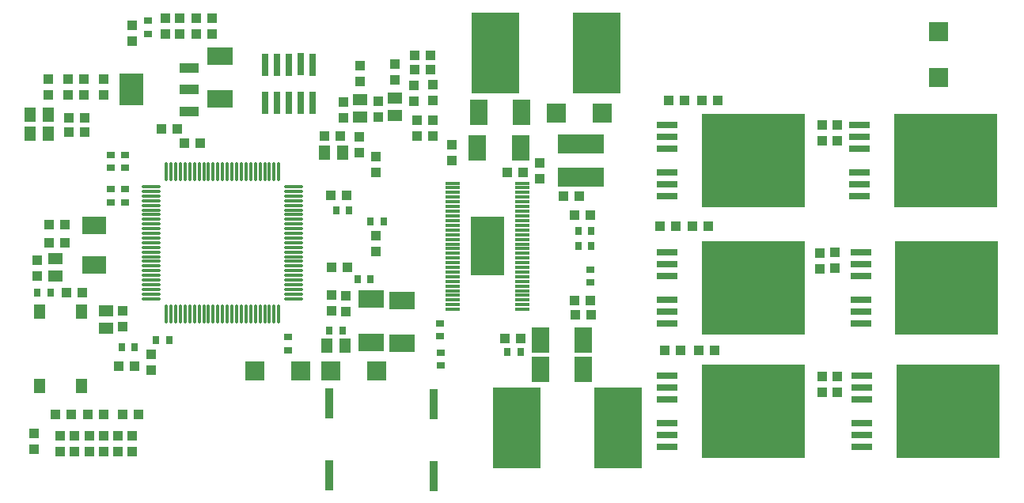
<source format=gtp>
%FSTAX23Y23*%
%MOIN*%
%SFA1B1*%

%IPPOS*%
%ADD10R,0.089960X0.029530*%
%ADD11R,0.433070X0.397440*%
%ADD12R,0.106300X0.074800*%
%ADD13R,0.035430X0.031500*%
%ADD14R,0.031500X0.035430*%
%ADD15R,0.043310X0.039370*%
%ADD16R,0.074800X0.106300*%
%ADD17R,0.196850X0.078740*%
%ADD18R,0.078740X0.078740*%
%ADD19R,0.039370X0.043310*%
%ADD20R,0.061020X0.011810*%
%ADD22R,0.059050X0.051180*%
%ADD23R,0.051180X0.059050*%
%ADD24R,0.037400X0.125980*%
%ADD25R,0.078740X0.039370*%
%ADD26R,0.098420X0.137800*%
%ADD27R,0.051180X0.061020*%
%ADD28R,0.102360X0.074800*%
%ADD29O,0.011810X0.082680*%
%ADD30O,0.082680X0.011810*%
%ADD31R,0.031500X0.094490*%
%ADD32R,0.204720X0.344490*%
%ADD33R,0.078740X0.078740*%
%ADD64R,0.142130X0.250000*%
%LNpcbbldcdriver-1*%
%LPD*%
G54D10*
X05147Y0239D03*
Y0234D03*
Y0229D03*
Y0219D03*
Y0214D03*
Y0209D03*
X05142Y0291D03*
Y0286D03*
Y0281D03*
Y0271D03*
Y0266D03*
Y0261D03*
X05137Y03445D03*
Y03395D03*
Y03345D03*
Y03245D03*
Y03195D03*
Y03145D03*
X04327Y03445D03*
Y03395D03*
Y03345D03*
Y03245D03*
Y03195D03*
Y03145D03*
Y0291D03*
Y0286D03*
Y0281D03*
Y0271D03*
Y0266D03*
Y0261D03*
Y0239D03*
Y0234D03*
Y0229D03*
Y0219D03*
Y0214D03*
Y0209D03*
G54D11*
X0551Y0224D03*
X05505Y0276D03*
X055Y03295D03*
X0469D03*
Y0276D03*
Y0224D03*
G54D12*
X0321Y02706D03*
Y02525D03*
X0308Y0253D03*
Y02711D03*
X02445Y03736D03*
Y03555D03*
G54D13*
X0337Y0261D03*
Y02555D03*
X03375Y02487D03*
Y02432D03*
X04005Y02837D03*
Y02782D03*
X0273Y02552D03*
Y02497D03*
X02045Y03119D03*
Y03175D03*
X01985Y03119D03*
Y03175D03*
Y03265D03*
Y0332D03*
X02045Y03265D03*
Y0332D03*
X0214Y03829D03*
Y03885D03*
G54D14*
X03654Y0249D03*
X0371D03*
X03952Y02935D03*
X04007D03*
X03952Y03D03*
X04007D03*
X02932Y03085D03*
X02987D03*
X03132Y0304D03*
X03077D03*
X03077Y02795D03*
X03022D03*
X02904Y0258D03*
X0296D03*
X02174Y0254D03*
X0223D03*
X02084Y0251D03*
X02029D03*
X0173Y0274D03*
X01674D03*
G54D15*
X03643Y02545D03*
X0371D03*
X0394Y02645D03*
X04006D03*
X04005Y02705D03*
X03938D03*
X04005Y03065D03*
X03938D03*
X03956Y03145D03*
X0389D03*
X03721Y03245D03*
X03655D03*
X03331Y0368D03*
X03265D03*
X03331Y0374D03*
X03265D03*
X02885Y034D03*
X02951D03*
X02976Y0315D03*
X0291D03*
X0298Y02845D03*
X02913D03*
X02099Y02225D03*
X02032D03*
X01954D03*
X01887D03*
X01816D03*
X01749D03*
X02017Y0243D03*
X02084D03*
X01865Y0274D03*
X01798D03*
X0179Y0295D03*
X01723D03*
X01874Y03415D03*
X01807D03*
X01874Y03475D03*
X01807D03*
X0179Y03025D03*
X01723D03*
X0236Y0337D03*
X02293D03*
X02198Y0343D03*
X02265D03*
X0446Y02495D03*
X04526D03*
X04318D03*
X04385D03*
X04433Y0302D03*
X045D03*
X04365D03*
X04298D03*
X04475Y0355D03*
X04541D03*
X04335D03*
X04401D03*
G54D16*
X03975Y02415D03*
X03793D03*
X03975Y0254D03*
X03793D03*
X0371Y0335D03*
X03528D03*
X03715Y035D03*
X03533D03*
G54D17*
X03965Y03225D03*
Y03365D03*
G54D18*
X04055Y03495D03*
X0386D03*
X03105Y0241D03*
X0291D03*
X02785D03*
X0259D03*
G54D19*
X0379Y03285D03*
Y03218D03*
X0342Y03361D03*
Y03295D03*
X0334Y03548D03*
Y03615D03*
Y034D03*
Y03466D03*
X03275D03*
Y034D03*
X0326Y03545D03*
Y03611D03*
X0318Y03635D03*
Y03701D03*
X0311Y03546D03*
Y0348D03*
X03035Y03628D03*
Y03695D03*
X02965Y03541D03*
Y03475D03*
X0303Y03395D03*
Y03328D03*
X031Y03245D03*
Y03311D03*
Y0298D03*
Y02913D03*
X02975Y02726D03*
Y0266D03*
X02915Y0273D03*
Y02663D03*
X02155Y02413D03*
Y0248D03*
X01769Y0207D03*
Y02136D03*
X01829Y0207D03*
Y02136D03*
X01894Y0207D03*
Y02136D03*
X01954Y0207D03*
Y02136D03*
X02014Y0207D03*
Y02136D03*
X02074Y0207D03*
Y02136D03*
X0166Y0208D03*
Y02146D03*
X02035Y02661D03*
Y02595D03*
X01675Y0281D03*
Y02876D03*
X0241Y0383D03*
Y03896D03*
X02345D03*
Y0383D03*
X02275Y03828D03*
Y03895D03*
X02215Y03828D03*
Y03895D03*
X02075Y03798D03*
Y03865D03*
X01954Y03573D03*
Y0364D03*
X01869D03*
Y03573D03*
X01804Y0364D03*
Y03573D03*
X01719D03*
Y0364D03*
X0498Y02386D03*
Y0232D03*
X05045Y02318D03*
Y02385D03*
X0497Y02906D03*
Y0284D03*
X05035Y02843D03*
Y0291D03*
X0498Y03445D03*
Y03378D03*
X05045D03*
Y03445D03*
G54D20*
X03422Y032D03*
Y03181D03*
Y03161D03*
Y03141D03*
Y03122D03*
Y03102D03*
Y03082D03*
Y03062D03*
Y03043D03*
Y03023D03*
Y03003D03*
Y02984D03*
Y02964D03*
Y02944D03*
Y02925D03*
Y02905D03*
Y02885D03*
Y02866D03*
Y02846D03*
Y02826D03*
Y02807D03*
Y02787D03*
Y02767D03*
Y02747D03*
Y02728D03*
Y02708D03*
Y02688D03*
Y02669D03*
X03717D03*
X03717Y02688D03*
X03717Y02708D03*
Y02728D03*
Y02747D03*
Y02767D03*
Y02787D03*
Y02807D03*
Y02826D03*
Y02846D03*
Y02866D03*
Y02885D03*
Y02905D03*
Y02925D03*
Y02944D03*
Y02964D03*
Y02984D03*
Y03003D03*
Y03023D03*
Y03043D03*
Y03062D03*
Y03082D03*
Y03102D03*
Y03122D03*
Y03141D03*
Y03161D03*
Y03181D03*
Y032D03*
G54D22*
X0318Y03485D03*
Y03559D03*
X03035Y0348D03*
Y03554D03*
X01965Y0259D03*
Y02664D03*
X0175Y02884D03*
Y0281D03*
G54D23*
X0296Y0333D03*
X02885D03*
X02895Y02515D03*
X02969D03*
X01645Y0341D03*
X01719D03*
X01645Y0349D03*
X01719D03*
G54D24*
X03345Y0227D03*
Y01966D03*
X02905Y02273D03*
Y0197D03*
G54D25*
X02315Y03504D03*
Y03595D03*
Y03685D03*
G54D26*
X0207Y03595D03*
G54D27*
X01682Y0266D03*
X0186D03*
Y02347D03*
X01682D03*
G54D28*
X01915Y02855D03*
Y03024D03*
G54D29*
X02218Y03249D03*
X02238D03*
X02258D03*
X02277D03*
X02297D03*
X02317D03*
X02336D03*
X02356D03*
X02376D03*
X02395D03*
X02415D03*
X02435D03*
X02454D03*
X02474D03*
X02494D03*
X02513D03*
X02533D03*
X02553D03*
X02572D03*
X02592D03*
X02612D03*
X02632D03*
X02651D03*
X02671D03*
X02691D03*
Y0265D03*
X02671D03*
X02651D03*
X02632D03*
X02612D03*
X02592D03*
X02572D03*
X02553D03*
X02533D03*
X02513D03*
X02494D03*
X02474D03*
X02454D03*
X02435D03*
X02415D03*
X02395D03*
X02376D03*
X02356D03*
X02336D03*
X02317D03*
X02297D03*
X02277D03*
X02258D03*
X02238D03*
X02218D03*
G54D30*
X02754Y03186D03*
Y03166D03*
Y03146D03*
Y03127D03*
Y03107D03*
Y03087D03*
Y03068D03*
Y03048D03*
Y03028D03*
Y03009D03*
Y02989D03*
Y02969D03*
Y0295D03*
Y0293D03*
Y0291D03*
Y0289D03*
Y02871D03*
Y02851D03*
Y02831D03*
Y02812D03*
Y02792D03*
Y02772D03*
Y02753D03*
Y02733D03*
Y02713D03*
X02155D03*
Y02733D03*
Y02753D03*
Y02772D03*
Y02792D03*
Y02812D03*
Y02831D03*
Y02851D03*
Y02871D03*
Y0289D03*
Y0291D03*
Y0293D03*
Y0295D03*
Y02969D03*
Y02989D03*
Y03009D03*
Y03028D03*
Y03048D03*
Y03068D03*
Y03087D03*
Y03107D03*
Y03127D03*
Y03146D03*
Y03166D03*
Y03186D03*
G54D31*
X02635Y0354D03*
Y037D03*
X02685Y0354D03*
Y037D03*
X02735Y0354D03*
Y037D03*
X02785Y0354D03*
Y03702D03*
X02835Y0354D03*
Y037D03*
G54D32*
X03604Y0375D03*
X0403D03*
X03695Y0217D03*
X0412D03*
G54D33*
X0547Y0384D03*
Y03645D03*
G54D64*
X0357Y02935D03*
M02*
</source>
